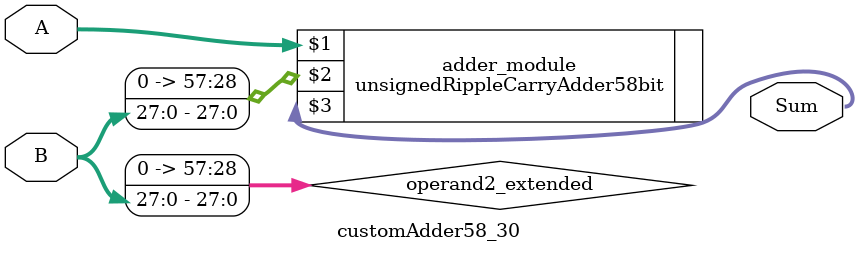
<source format=v>
module customAdder58_30(
                        input [57 : 0] A,
                        input [27 : 0] B,
                        
                        output [58 : 0] Sum
                );

        wire [57 : 0] operand2_extended;
        
        assign operand2_extended =  {30'b0, B};
        
        unsignedRippleCarryAdder58bit adder_module(
            A,
            operand2_extended,
            Sum
        );
        
        endmodule
        
</source>
